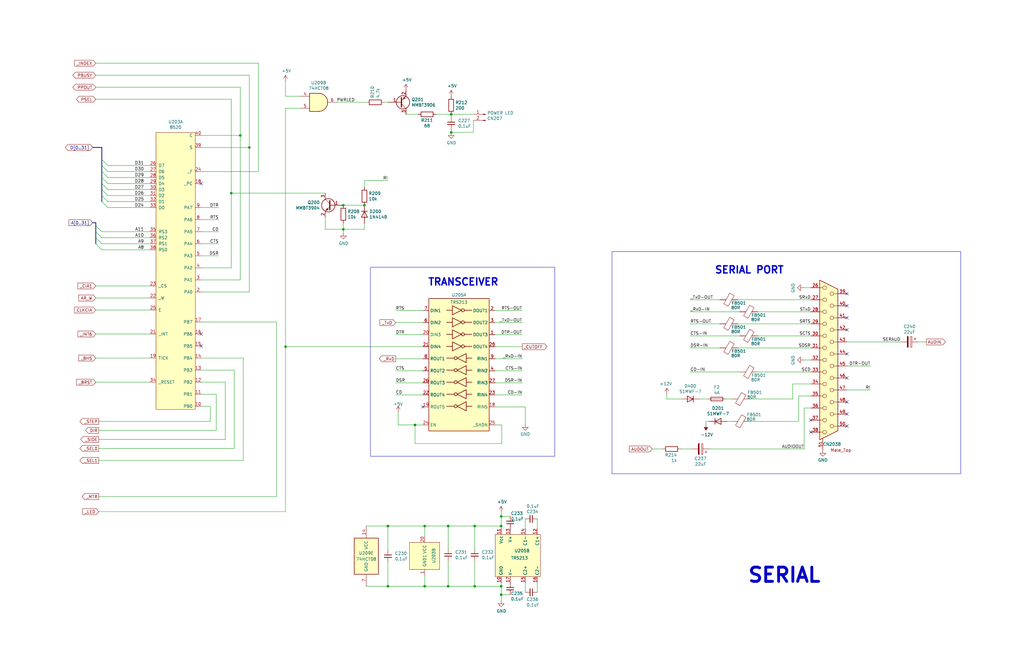
<source format=kicad_sch>
(kicad_sch (version 20230121) (generator eeschema)
  (paper "B")
  (title_block (title "AMIGA PCI") (date "2023-05-28") (rev "1"))
  (lib_symbols
    (symbol "74xx:74LS08" (pin_names (offset 1.016))
      (property "Reference" "U" (at 0 1.27 0))
      (property "Value" "74LS08" (at 0 -1.27 0))
      (symbol "74LS08_1_1"
        (pin input line (at -7.62 2.54 0) (length 3.81) (name "~") (number "1"))
        (pin input line (at -7.62 -2.54 0) (length 3.81) (name "~") (number "2"))
        (pin output line (at 7.62 0 180) (length 3.81) (name "~") (number "3"))
      )
      (symbol "74LS08_1_2"
        (pin input inverted (at -7.62 2.54 0) (length 4.318) (name "~") (number "1"))
        (pin input inverted (at -7.62 -2.54 0) (length 4.318) (name "~") (number "2"))
        (pin output inverted (at 7.62 0 180) (length 3.81) (name "~") (number "3"))
      )
      (symbol "74LS08_2_1"
        (pin input line (at -7.62 2.54 0) (length 3.81) (name "~") (number "4"))
        (pin input line (at -7.62 -2.54 0) (length 3.81) (name "~") (number "5"))
        (pin output line (at 7.62 0 180) (length 3.81) (name "~") (number "6"))
      )
      (symbol "74LS08_2_2"
        (pin input inverted (at -7.62 2.54 0) (length 4.318) (name "~") (number "4"))
        (pin input inverted (at -7.62 -2.54 0) (length 4.318) (name "~") (number "5"))
        (pin output inverted (at 7.62 0 180) (length 3.81) (name "~") (number "6"))
      )
      (symbol "74LS08_3_1"
        (pin input line (at -7.62 -2.54 0) (length 3.81) (name "~") (number "10"))
        (pin output line (at 7.62 0 180) (length 3.81) (name "~") (number "8"))
        (pin input line (at -7.62 2.54 0) (length 3.81) (name "~") (number "9"))
      )
      (symbol "74LS08_3_2"
        (pin input inverted (at -7.62 -2.54 0) (length 4.318) (name "~") (number "10"))
        (pin output inverted (at 7.62 0 180) (length 3.81) (name "~") (number "8"))
        (pin input inverted (at -7.62 2.54 0) (length 4.318) (name "~") (number "9"))
      )
      (symbol "74LS08_4_1"
        (pin output line (at 7.62 0 180) (length 3.81) (name "~") (number "11"))
        (pin input line (at -7.62 2.54 0) (length 3.81) (name "~") (number "12"))
        (pin input line (at -7.62 -2.54 0) (length 3.81) (name "~") (number "13"))
      )
      (symbol "74LS08_4_2"
        (pin output inverted (at 7.62 0 180) (length 3.81) (name "~") (number "11"))
        (pin input inverted (at -7.62 2.54 0) (length 4.318) (name "~") (number "12"))
        (pin input inverted (at -7.62 -2.54 0) (length 4.318) (name "~") (number "13"))
      )
      (symbol "74LS08_5_0"
        (pin power_in line (at 0 12.7 270) (length 5.08) (name "VCC") (number "14"))
        (pin power_in line (at 0 -12.7 90) (length 5.08) (name "GND") (number "7"))
      )
    )
    (symbol "AmigaPCI-Symbols:DB25_Stack_FemaleAndMale" (pin_names (offset 1.016) hide)
      (property "Reference" "J" (at 0 34.29 0))
      (property "Value" "DB25_Stack_FemaleAndMale" (at 12.7 -35.56 0))
      (symbol "DB25_Stack_FemaleAndMale_1_0"
        (text "Female_Bottom" (at 0 -38.1 0) (effects (font (size 1.27 1.27))))
      )
      (symbol "DB25_Stack_FemaleAndMale_1_1"
        (pin passive line (at -7.62 30.48 0) (length 3.81) (name "1") (number "1"))
        (pin passive line (at -7.62 -15.24 0) (length 3.81) (name "10") (number "10"))
        (pin passive line (at -7.62 -20.32 0) (length 3.81) (name "11") (number "11"))
        (pin passive line (at -7.62 -25.4 0) (length 3.81) (name "12") (number "12"))
        (pin passive line (at -7.62 -30.48 0) (length 3.81) (name "13") (number "13"))
        (pin passive line (at 7.62 27.94 180) (length 3.81) (name "P14") (number "14"))
        (pin passive line (at 7.62 22.86 180) (length 3.81) (name "P15") (number "15"))
        (pin passive line (at 7.62 17.78 180) (length 3.81) (name "P16") (number "16"))
        (pin passive line (at 7.62 12.7 180) (length 3.81) (name "P17") (number "17"))
        (pin passive line (at 7.62 7.62 180) (length 3.81) (name "P18") (number "18"))
        (pin passive line (at 7.62 2.54 180) (length 3.81) (name "P19") (number "19"))
        (pin passive line (at -7.62 25.4 0) (length 3.81) (name "2") (number "2"))
        (pin passive line (at 7.62 -2.54 180) (length 3.81) (name "P20") (number "20"))
        (pin passive line (at 7.62 -7.62 180) (length 3.81) (name "P21") (number "21"))
        (pin passive line (at 7.62 -12.7 180) (length 3.81) (name "P22") (number "22"))
        (pin passive line (at 7.62 -17.78 180) (length 3.81) (name "P23") (number "23"))
        (pin passive line (at 7.62 -22.86 180) (length 3.81) (name "P24") (number "24"))
        (pin passive line (at 7.62 -27.94 180) (length 3.81) (name "P25") (number "25"))
        (pin passive line (at -7.62 20.32 0) (length 3.81) (name "3") (number "3"))
        (pin passive line (at -7.62 15.24 0) (length 3.81) (name "4") (number "4"))
        (pin passive line (at -7.62 10.16 0) (length 3.81) (name "5") (number "5"))
        (pin passive line (at -7.62 5.08 0) (length 3.81) (name "6") (number "6"))
        (pin passive line (at -7.62 0 0) (length 3.81) (name "7") (number "7"))
        (pin passive line (at -7.62 -5.08 0) (length 3.81) (name "8") (number "8"))
        (pin passive line (at -7.62 -10.16 0) (length 3.81) (name "9") (number "9"))
      )
      (symbol "DB25_Stack_FemaleAndMale_2_0"
        (text "Male_Top" (at 5.08 -38.1 0) (effects (font (size 1.27 1.27))))
        (pin power_in line (at -2.54 -38.1 90) (length 5.02) (name "GND") (number "51"))
      )
      (symbol "DB25_Stack_FemaleAndMale_2_1"
        (pin passive line (at -7.62 30.48 0) (length 3.81) (name "26") (number "26"))
        (pin passive line (at -7.62 25.4 0) (length 3.81) (name "27") (number "27"))
        (pin passive line (at -7.62 20.32 0) (length 3.81) (name "28") (number "28"))
        (pin passive line (at -7.62 15.24 0) (length 3.81) (name "29") (number "29"))
        (pin passive line (at -7.62 10.16 0) (length 3.81) (name "30") (number "30"))
        (pin passive line (at -7.62 5.08 0) (length 3.81) (name "31") (number "31"))
        (pin passive line (at -7.62 0 0) (length 3.81) (name "32") (number "32"))
        (pin passive line (at -7.62 -5.08 0) (length 3.81) (name "33") (number "33"))
        (pin passive line (at -7.62 -10.16 0) (length 3.81) (name "34") (number "34"))
        (pin passive line (at -7.62 -15.24 0) (length 3.81) (name "35") (number "35"))
        (pin passive line (at -7.62 -20.32 0) (length 3.81) (name "36") (number "36"))
        (pin passive line (at -7.62 -25.4 0) (length 3.81) (name "37") (number "37"))
        (pin passive line (at -7.62 -30.48 0) (length 3.81) (name "38") (number "38"))
        (pin passive line (at 7.62 27.94 180) (length 3.81) (name "39") (number "39"))
        (pin passive line (at 7.62 22.86 180) (length 3.81) (name "40") (number "40"))
        (pin passive line (at 7.62 17.78 180) (length 3.81) (name "41") (number "41"))
        (pin passive line (at 7.62 12.7 180) (length 3.81) (name "42") (number "42"))
        (pin passive line (at 7.62 7.62 180) (length 3.81) (name "43") (number "43"))
        (pin passive line (at 7.62 2.54 180) (length 3.81) (name "44") (number "44"))
        (pin passive line (at 7.62 -2.54 180) (length 3.81) (name "45") (number "45"))
        (pin passive line (at 7.62 -7.62 180) (length 3.81) (name "46") (number "46"))
        (pin passive line (at 7.62 -12.7 180) (length 3.81) (name "47") (number "47"))
        (pin passive line (at 7.62 -17.78 180) (length 3.81) (name "48") (number "48"))
        (pin passive line (at 7.62 -22.86 180) (length 3.81) (name "49") (number "49"))
        (pin passive line (at 7.62 -27.94 180) (length 3.81) (name "50") (number "50"))
      )
    )
    (symbol "AmigaPCI-Symbols:Ferrite_Bead" (pin_numbers hide) (pin_names (offset 0))
      (property "Reference" "FB" (at 1.27 -5.588 90))
      (property "Value" "80R" (at 3.048 -4.572 90))
      (symbol "Ferrite_Bead_1_1"
        (pin passive line (at 0 3.81 270) (length 2.54) (name "~") (number "1"))
        (pin passive line (at 0 -3.81 90) (length 2.54) (name "~") (number "2"))
      )
    )
    (symbol "AmigaPCI-Symbols:MOS 8520" (pin_names (offset 1.016))
      (property "Reference" "U" (at 0 53.34 0))
      (property "Value" "8520" (at 0 40.64 0))
      (symbol "MOS 8520_1_1"
        (pin bidirectional line (at 10.16 -63.5 180) (length 2.54) (name "PB0") (number "10"))
        (pin bidirectional line (at 10.16 -58.42 180) (length 2.54) (name "PB1") (number "11"))
        (pin bidirectional line (at 10.16 -53.34 180) (length 2.54) (name "PB2") (number "12"))
        (pin bidirectional line (at 10.16 -48.26 180) (length 2.54) (name "PB3") (number "13"))
        (pin bidirectional line (at 10.16 -43.18 180) (length 2.54) (name "PB4") (number "14"))
        (pin bidirectional line (at 10.16 -38.1 180) (length 2.54) (name "PB5") (number "15"))
        (pin bidirectional line (at 10.16 -33.02 180) (length 2.54) (name "PB6") (number "16"))
        (pin bidirectional line (at 10.16 -27.94 180) (length 2.54) (name "PB7") (number "17"))
        (pin output line (at 10.16 30.48 180) (length 2.54) (name "_PC") (number "18"))
        (pin input line (at -11.43 -43.18 0) (length 2.54) (name "TICK") (number "19"))
        (pin bidirectional line (at 10.16 -15.24 180) (length 2.54) (name "PA0") (number "2"))
        (pin output line (at -11.43 -33.02 0) (length 2.54) (name "_INT") (number "21"))
        (pin input line (at -11.43 -17.78 0) (length 2.54) (name "_W") (number "22"))
        (pin input line (at -11.43 -12.7 0) (length 2.54) (name "_CS") (number "23"))
        (pin input line (at 10.16 35.56 180) (length 2.54) (name "_F") (number "24"))
        (pin input line (at -11.43 -22.86 0) (length 2.54) (name "E") (number "25"))
        (pin bidirectional line (at -11.43 38.1 0) (length 2.54) (name "D7") (number "26"))
        (pin bidirectional line (at -11.43 35.56 0) (length 2.54) (name "D6") (number "27"))
        (pin bidirectional line (at -11.43 33.02 0) (length 2.54) (name "D5") (number "28"))
        (pin bidirectional line (at -11.43 30.48 0) (length 2.54) (name "D4") (number "29"))
        (pin bidirectional line (at 10.16 -10.16 180) (length 2.54) (name "PA1") (number "3"))
        (pin bidirectional line (at -11.43 27.94 0) (length 2.54) (name "D3") (number "30"))
        (pin bidirectional line (at -11.43 25.4 0) (length 2.54) (name "D2") (number "31"))
        (pin bidirectional line (at -11.43 22.86 0) (length 2.54) (name "D1") (number "32"))
        (pin bidirectional line (at -11.43 20.32 0) (length 2.54) (name "D0") (number "33"))
        (pin input line (at -11.43 -53.34 0) (length 2.54) (name "_RESET") (number "34"))
        (pin input line (at -11.43 10.16 0) (length 2.54) (name "RS3") (number "35"))
        (pin input line (at -11.43 7.62 0) (length 2.54) (name "RS2") (number "36"))
        (pin input line (at -11.43 5.08 0) (length 2.54) (name "RS1") (number "37"))
        (pin input line (at -11.43 2.54 0) (length 2.54) (name "RS0") (number "38"))
        (pin input line (at 10.16 45.72 180) (length 2.54) (name "S") (number "39"))
        (pin bidirectional line (at 10.16 -5.08 180) (length 2.54) (name "PA2") (number "4"))
        (pin input line (at 10.16 50.8 180) (length 2.54) (name "C") (number "40"))
        (pin bidirectional line (at 10.16 0 180) (length 2.54) (name "PA3") (number "5"))
        (pin bidirectional line (at 10.16 5.08 180) (length 2.54) (name "PA4") (number "6"))
        (pin bidirectional line (at 10.16 10.16 180) (length 2.54) (name "PA5") (number "7"))
        (pin bidirectional line (at 10.16 15.24 180) (length 2.54) (name "PA6") (number "8"))
        (pin bidirectional line (at 10.16 20.32 180) (length 2.54) (name "PA7") (number "9"))
      )
      (symbol "MOS 8520_2_1"
        (pin power_in line (at 0 -7.62 90) (length 2.54) (name "GND1") (number "1"))
        (pin power_in line (at 0 8.89 270) (length 2.54) (name "VCC") (number "20"))
      )
    )
    (symbol "AmigaPCI-Symbols:TRS213"
      (property "Reference" "U" (at 12.7 33.02 0))
      (property "Value" "TRS213" (at 12.7 30.48 0))
      (symbol "TRS213_1_0"
        (pin input line (at 15.24 -17.78 180) (length 2.54) (name "RIN5") (number "18"))
        (pin output line (at -15.24 -17.78 0) (length 2.54) (name "ROUT5") (number "19"))
        (pin input line (at -15.24 12.7 0) (length 2.54) (name "DIN3") (number "20"))
        (pin input line (at -15.24 7.62 0) (length 2.54) (name "DIN4") (number "21"))
        (pin input line (at -15.24 7.62 0) (length 2.54) (name "DIN4") (number "21"))
        (pin output line (at -15.24 -12.7 0) (length 2.54) (name "ROUT4") (number "22"))
        (pin output line (at -15.24 -12.7 0) (length 2.54) (name "ROUT4") (number "22"))
        (pin input line (at 15.24 -12.7 180) (length 2.54) (name "RIN4") (number "23"))
        (pin input line (at 15.24 -12.7 180) (length 2.54) (name "RIN4") (number "23"))
        (pin input line (at -15.24 -25.4 0) (length 2.54) (name "EN") (number "24"))
        (pin input line (at 15.24 -25.4 180) (length 2.54) (name "_SHDN") (number "25"))
        (pin output line (at -15.24 -7.62 0) (length 2.54) (name "ROUT3") (number "26"))
        (pin output line (at -15.24 -7.62 0) (length 2.54) (name "ROUT3") (number "26"))
        (pin input line (at 15.24 -7.62 180) (length 2.54) (name "RIN3") (number "27"))
        (pin input line (at 15.24 -7.62 180) (length 2.54) (name "RIN3") (number "27"))
        (pin output line (at 15.24 7.62 180) (length 2.54) (name "DOUT4") (number "28"))
        (pin output line (at 15.24 7.62 180) (length 2.54) (name "DOUT4") (number "28"))
      )
      (symbol "TRS213_1_1"
        (pin output line (at 15.24 12.7 180) (length 2.54) (name "DOUT3") (number "1"))
        (pin output line (at 15.24 12.7 180) (length 2.54) (name "DOUT3") (number "1"))
        (pin output line (at 15.24 22.86 180) (length 2.54) (name "DOUT1") (number "2"))
        (pin output line (at 15.24 22.86 180) (length 2.54) (name "DOUT1") (number "2"))
        (pin output line (at 15.24 17.78 180) (length 2.54) (name "DOUT2") (number "3"))
        (pin output line (at 15.24 17.78 180) (length 2.54) (name "DOUT2") (number "3"))
        (pin input line (at 15.24 -2.54 180) (length 2.54) (name "RIN2") (number "4"))
        (pin input line (at 15.24 -2.54 180) (length 2.54) (name "RIN2") (number "4"))
        (pin output line (at -15.24 -2.54 0) (length 2.54) (name "ROUT2") (number "5"))
        (pin output line (at -15.24 -2.54 0) (length 2.54) (name "ROUT2") (number "5"))
        (pin input line (at -15.24 17.78 0) (length 2.54) (name "DIN2") (number "6"))
        (pin input line (at -15.24 17.78 0) (length 2.54) (name "DIN2") (number "6"))
        (pin input line (at -15.24 22.86 0) (length 2.54) (name "DIN1") (number "7"))
        (pin input line (at -15.24 22.86 0) (length 2.54) (name "DIN1") (number "7"))
        (pin output line (at -15.24 2.54 0) (length 2.54) (name "ROUT1") (number "8"))
        (pin output line (at -15.24 2.54 0) (length 2.54) (name "ROUT1") (number "8"))
        (pin input line (at 15.24 2.54 180) (length 2.54) (name "RIN1") (number "9"))
        (pin input line (at 15.24 2.54 180) (length 2.54) (name "RIN1") (number "9"))
      )
      (symbol "TRS213_2_0"
        (pin passive line (at -3.81 -11.43 90) (length 2.54) (name "V-") (number "17"))
      )
      (symbol "TRS213_2_1"
        (pin power_in line (at -7.62 -11.43 90) (length 2.54) (name "GND") (number "10"))
        (pin power_in line (at -7.62 11.43 270) (length 2.54) (name "Vcc") (number "11"))
        (pin passive line (at 7.62 11.43 270) (length 2.54) (name "C1+") (number "12"))
        (pin passive line (at -3.81 11.43 270) (length 2.54) (name "V+") (number "13"))
        (pin passive line (at 2.54 11.43 270) (length 2.54) (name "C1-") (number "14"))
        (pin passive line (at 2.54 -11.43 90) (length 2.54) (name "C2+") (number "15"))
        (pin passive line (at 7.62 -11.43 90) (length 2.54) (name "C2-") (number "16"))
      )
    )
    (symbol "Connector:Conn_01x02_Pin" (pin_names (offset 1.016) hide)
      (property "Reference" "J" (at 0 2.54 0))
      (property "Value" "Conn_01x02_Pin" (at 0 -5.08 0))
      (symbol "Conn_01x02_Pin_1_1"
        (pin passive line (at 5.08 0 180) (length 3.81) (name "Pin_1") (number "1"))
        (pin passive line (at 5.08 -2.54 180) (length 3.81) (name "Pin_2") (number "2"))
      )
    )
    (symbol "Device:C_Polarized" (pin_numbers hide) (pin_names (offset 0.254))
      (property "Reference" "C" (at 0.635 2.54 0))
      (property "Value" "C_Polarized" (at 0.635 -2.54 0))
      (symbol "C_Polarized_1_1"
        (pin passive line (at 0 3.81 270) (length 2.794) (name "~") (number "1"))
        (pin passive line (at 0 -3.81 90) (length 2.794) (name "~") (number "2"))
      )
    )
    (symbol "Device:C_Small" (pin_numbers hide) (pin_names (offset 0.254) hide)
      (property "Reference" "C" (at 0.254 1.778 0))
      (property "Value" "C_Small" (at 0.254 -2.032 0))
      (symbol "C_Small_1_1"
        (pin passive line (at 0 2.54 270) (length 2.032) (name "~") (number "1"))
        (pin passive line (at 0 -2.54 90) (length 2.032) (name "~") (number "2"))
      )
    )
    (symbol "Device:Fuse" (pin_numbers hide) (pin_names (offset 0))
      (property "Reference" "F" (at 2.032 0 90))
      (property "Value" "Fuse" (at -1.905 0 90))
      (symbol "Fuse_1_1"
        (pin passive line (at 0 3.81 270) (length 1.27) (name "~") (number "1"))
        (pin passive line (at 0 -3.81 90) (length 1.27) (name "~") (number "2"))
      )
    )
    (symbol "Device:R" (pin_numbers hide) (pin_names (offset 0))
      (property "Reference" "R" (at 2.032 0 90))
      (property "Value" "R" (at 0 0 90))
      (symbol "R_1_1"
        (pin passive line (at 0 3.81 270) (length 1.27) (name "~") (number "1"))
        (pin passive line (at 0 -3.81 90) (length 1.27) (name "~") (number "2"))
      )
    )
    (symbol "Diode:1N4001" (pin_numbers hide) (pin_names hide)
      (property "Reference" "D" (at 0 2.54 0))
      (property "Value" "1N4001" (at 0 -2.54 0))
      (symbol "1N4001_1_1"
        (pin passive line (at -3.81 0 0) (length 2.54) (name "K") (number "1"))
        (pin passive line (at 3.81 0 180) (length 2.54) (name "A") (number "2"))
      )
    )
    (symbol "Diode:1N4148" (pin_numbers hide) (pin_names hide)
      (property "Reference" "D" (at 0 2.54 0))
      (property "Value" "1N4148" (at 0 -2.54 0))
      (symbol "1N4148_1_1"
        (pin passive line (at -3.81 0 0) (length 2.54) (name "K") (number "1"))
        (pin passive line (at 3.81 0 180) (length 2.54) (name "A") (number "2"))
      )
    )
    (symbol "Transistor_BJT:MMBT3904" (pin_names (offset 0) hide)
      (property "Reference" "Q" (at 5.08 1.905 0))
      (property "Value" "MMBT3904" (at 5.08 0 0))
      (symbol "MMBT3904_1_1"
        (pin input line (at -5.08 0 0) (length 5.715) (name "B") (number "1"))
        (pin passive line (at 2.54 -5.08 90) (length 2.54) (name "E") (number "2"))
        (pin passive line (at 2.54 5.08 270) (length 2.54) (name "C") (number "3"))
      )
    )
    (symbol "Transistor_BJT:MMBT3906" (pin_names (offset 0) hide)
      (property "Reference" "Q" (at 5.08 1.905 0))
      (property "Value" "MMBT3906" (at 5.08 0 0))
      (symbol "MMBT3906_1_1"
        (pin input line (at -5.08 0 0) (length 5.715) (name "B") (number "1"))
        (pin passive line (at 2.54 -5.08 90) (length 2.54) (name "E") (number "2"))
        (pin passive line (at 2.54 5.08 270) (length 2.54) (name "C") (number "3"))
      )
    )
    (symbol "power:+12V" (power) (pin_names (offset 0))
      (property "Value" "+12V" (at 0 3.556 0))
      (symbol "+12V_1_1"
        (pin power_in line (at 0 0 90) (length 0) hide (name "+12V") (number "1"))
      )
    )
    (symbol "power:+5V" (power) (pin_names (offset 0))
      (property "Value" "+5V" (at 0 3.556 0))
      (symbol "+5V_1_1"
        (pin power_in line (at 0 0 90) (length 0) hide (name "+5V") (number "1"))
      )
    )
    (symbol "power:-12V" (power) (pin_names (offset 0))
      (property "Value" "-12V" (at 0 3.81 0))
      (symbol "-12V_0_0"
        (pin power_in line (at 0 0 90) (length 0) hide (name "-12V") (number "1"))
      )
    )
    (symbol "power:GND" (power) (pin_names (offset 0))
      (property "Value" "GND" (at 0 -3.81 0))
      (symbol "GND_1_1"
        (pin power_in line (at 0 0 270) (length 0) hide (name "GND") (number "1"))
      )
    )
  )
  (junction (at 163.576 247.396))
  (junction (at 200.152 247.396))
  (junction (at 175.006 179.324))
  (junction (at 190.246 48.26))
  (junction (at 179.07 247.396))
  (junction (at 211.328 217.932))
  (junction (at 120.396 146.304))
  (junction (at 211.328 250.952))
  (junction (at 211.328 221.996))
  (junction (at 211.328 247.396))
  (junction (at 105.156 62.23))
  (junction (at 188.976 247.396))
  (junction (at 144.78 96.774))
  (junction (at 97.536 81.534))
  (junction (at 101.346 57.15))
  (junction (at 200.152 221.996))
  (junction (at 190.246 55.88))
  (junction (at 153.67 86.614))
  (junction (at 179.07 221.996))
  (junction (at 144.78 86.614))
  (junction (at 188.976 221.996))
  (junction (at 163.576 221.996))
  (no_connect (at 178.308 171.704))
  (no_connect (at 357.124 123.952))
  (no_connect (at 341.884 182.372))
  (no_connect (at 357.124 129.032))
  (no_connect (at 357.124 149.352))
  (no_connect (at 357.124 139.192))
  (no_connect (at 84.836 77.47))
  (no_connect (at 357.124 179.832))
  (no_connect (at 84.836 140.97))
  (no_connect (at 84.836 146.05))
  (no_connect (at 357.124 134.112))
  (no_connect (at 357.124 169.672))
  (no_connect (at 341.884 177.292))
  (no_connect (at 357.124 174.752))
  (no_connect (at 357.124 159.512))
  (bus_entry (at 45.466 69.85) (size -2.54 -2.54))
  (bus_entry (at 45.466 82.55) (size -2.54 -2.54))
  (bus_entry (at 45.466 85.09) (size -2.54 -2.54))
  (bus_entry (at 42.926 102.87) (size -2.54 -2.54))
  (bus_entry (at 45.466 80.01) (size -2.54 -2.54))
  (bus_entry (at 45.466 72.39) (size -2.54 -2.54))
  (bus_entry (at 45.466 74.93) (size -2.54 -2.54))
  (bus_entry (at 45.466 77.47) (size -2.54 -2.54))
  (bus_entry (at 42.926 97.79) (size -2.54 -2.54))
  (bus_entry (at 42.926 105.41) (size -2.54 -2.54))
  (bus_entry (at 45.466 87.63) (size -2.54 -2.54))
  (bus_entry (at 42.926 100.33) (size -2.54 -2.54))
  (wire (pts (xy 291.084 141.732) (xy 311.912 141.732)))
  (wire (pts (xy 179.07 247.396) (xy 188.976 247.396)))
  (wire (pts (xy 208.788 141.224) (xy 220.218 141.224)))
  (wire (pts (xy 166.878 131.064) (xy 178.308 131.064)))
  (bus (pts (xy 40.386 95.25) (xy 40.386 97.79)))
  (wire (pts (xy 175.006 179.324) (xy 175.006 187.198)))
  (wire (pts (xy 179.07 221.996) (xy 179.07 226.314)))
  (wire (pts (xy 357.124 154.432) (xy 367.03 154.432)))
  (wire (pts (xy 175.006 187.198) (xy 211.582 187.198)))
  (wire (pts (xy 166.878 161.544) (xy 178.308 161.544)))
  (wire (pts (xy 171.196 48.26) (xy 176.276 48.26)))
  (wire (pts (xy 211.328 217.932) (xy 211.328 221.996)))
  (bus (pts (xy 42.926 80.01) (xy 42.926 82.55)))
  (wire (pts (xy 63.246 85.09) (xy 45.466 85.09)))
  (wire (pts (xy 190.246 55.88) (xy 199.644 55.88)))
  (bus (pts (xy 42.926 67.31) (xy 42.926 69.85)))
  (wire (pts (xy 221.488 223.012) (xy 221.488 218.948)))
  (wire (pts (xy 41.656 215.9) (xy 120.396 215.9)))
  (bus (pts (xy 42.926 69.85) (xy 42.926 72.39)))
  (wire (pts (xy 102.616 194.31) (xy 41.656 194.31)))
  (wire (pts (xy 105.156 123.19) (xy 84.836 123.19)))
  (wire (pts (xy 120.396 45.72) (xy 126.746 45.72)))
  (wire (pts (xy 221.488 245.872) (xy 221.488 249.936)))
  (wire (pts (xy 208.788 171.704) (xy 221.488 171.704)))
  (bus (pts (xy 42.926 62.23) (xy 42.926 67.31)))
  (wire (pts (xy 341.884 172.212) (xy 339.09 172.212)))
  (wire (pts (xy 40.386 120.65) (xy 63.246 120.65)))
  (wire (pts (xy 120.396 40.64) (xy 120.396 34.29)))
  (wire (pts (xy 45.466 77.47) (xy 63.246 77.47)))
  (wire (pts (xy 188.976 221.996) (xy 200.152 221.996)))
  (wire (pts (xy 84.836 57.15) (xy 101.346 57.15)))
  (wire (pts (xy 166.878 151.384) (xy 178.308 151.384)))
  (bus (pts (xy 42.926 74.93) (xy 42.926 77.47)))
  (wire (pts (xy 167.894 179.324) (xy 175.006 179.324)))
  (wire (pts (xy 98.806 156.21) (xy 98.806 189.23)))
  (wire (pts (xy 163.576 247.396) (xy 154.432 247.396)))
  (wire (pts (xy 105.156 31.75) (xy 40.386 31.75)))
  (wire (pts (xy 84.836 97.79) (xy 92.202 97.79)))
  (wire (pts (xy 63.246 161.29) (xy 40.386 161.29)))
  (wire (pts (xy 190.246 54.61) (xy 190.246 55.88)))
  (wire (pts (xy 306.578 177.8) (xy 308.61 177.8)))
  (wire (pts (xy 183.896 48.26) (xy 190.246 48.26)))
  (wire (pts (xy 63.246 140.97) (xy 40.386 140.97)))
  (wire (pts (xy 208.788 131.064) (xy 220.218 131.064)))
  (wire (pts (xy 63.246 80.01) (xy 45.466 80.01)))
  (wire (pts (xy 116.586 135.89) (xy 116.586 209.55)))
  (wire (pts (xy 291.084 126.492) (xy 303.53 126.492)))
  (wire (pts (xy 84.836 107.95) (xy 92.202 107.95)))
  (wire (pts (xy 281.178 166.37) (xy 281.178 168.402)))
  (wire (pts (xy 97.536 81.534) (xy 97.536 113.03)))
  (wire (pts (xy 211.328 221.996) (xy 211.328 223.012)))
  (bus (pts (xy 39.116 93.98) (xy 40.386 93.98)))
  (wire (pts (xy 63.246 125.73) (xy 40.386 125.73)))
  (wire (pts (xy 319.532 131.572) (xy 341.884 131.572)))
  (wire (pts (xy 84.836 161.29) (xy 94.996 161.29)))
  (wire (pts (xy 101.346 36.83) (xy 40.386 36.83)))
  (wire (pts (xy 166.878 136.144) (xy 178.308 136.144)))
  (wire (pts (xy 84.836 72.39) (xy 108.966 72.39)))
  (wire (pts (xy 208.788 166.624) (xy 220.218 166.624)))
  (wire (pts (xy 163.576 221.996) (xy 179.07 221.996)))
  (wire (pts (xy 101.346 57.15) (xy 101.346 36.83)))
  (wire (pts (xy 208.788 161.544) (xy 220.218 161.544)))
  (wire (pts (xy 88.646 171.45) (xy 88.646 177.8)))
  (wire (pts (xy 291.084 136.652) (xy 303.53 136.652)))
  (wire (pts (xy 308.61 168.402) (xy 306.07 168.402)))
  (wire (pts (xy 334.264 168.402) (xy 334.264 162.052)))
  (wire (pts (xy 338.836 151.892) (xy 341.884 151.892)))
  (wire (pts (xy 357.124 144.272) (xy 379.73 144.272)))
  (wire (pts (xy 144.78 96.774) (xy 153.67 96.774)))
  (wire (pts (xy 153.67 76.2) (xy 163.576 76.2)))
  (wire (pts (xy 336.804 167.132) (xy 341.884 167.132)))
  (wire (pts (xy 190.246 48.26) (xy 190.246 49.53)))
  (wire (pts (xy 97.536 81.534) (xy 137.16 81.534)))
  (wire (pts (xy 45.466 82.55) (xy 63.246 82.55)))
  (wire (pts (xy 167.894 173.99) (xy 167.894 179.324)))
  (wire (pts (xy 98.806 189.23) (xy 41.656 189.23)))
  (wire (pts (xy 42.926 105.41) (xy 63.246 105.41)))
  (wire (pts (xy 166.878 156.464) (xy 178.308 156.464)))
  (wire (pts (xy 63.246 97.79) (xy 42.926 97.79)))
  (wire (pts (xy 141.986 43.18) (xy 154.432 43.18)))
  (wire (pts (xy 120.396 45.72) (xy 120.396 146.304)))
  (wire (pts (xy 154.432 221.996) (xy 163.576 221.996)))
  (wire (pts (xy 163.576 247.396) (xy 179.07 247.396)))
  (wire (pts (xy 179.07 242.824) (xy 179.07 247.396)))
  (wire (pts (xy 101.346 118.11) (xy 84.836 118.11)))
  (wire (pts (xy 144.78 86.614) (xy 153.67 86.614)))
  (wire (pts (xy 63.246 151.13) (xy 40.386 151.13)))
  (wire (pts (xy 200.152 236.728) (xy 200.152 247.396)))
  (wire (pts (xy 199.644 50.8) (xy 199.644 55.88)))
  (wire (pts (xy 162.052 43.18) (xy 163.576 43.18)))
  (wire (pts (xy 211.328 250.952) (xy 211.328 247.396)))
  (wire (pts (xy 291.084 131.572) (xy 311.912 131.572)))
  (bus (pts (xy 42.926 62.23) (xy 39.116 62.23)))
  (wire (pts (xy 226.568 245.872) (xy 226.568 249.936)))
  (bus (pts (xy 42.926 77.47) (xy 42.926 80.01)))
  (wire (pts (xy 163.576 221.996) (xy 163.576 232.156)))
  (wire (pts (xy 137.16 91.694) (xy 137.16 96.774)))
  (wire (pts (xy 208.788 156.464) (xy 220.218 156.464)))
  (wire (pts (xy 299.212 189.484) (xy 339.09 189.484)))
  (wire (pts (xy 108.966 26.67) (xy 40.386 26.67)))
  (wire (pts (xy 166.878 141.224) (xy 178.308 141.224)))
  (wire (pts (xy 63.246 74.93) (xy 45.466 74.93)))
  (wire (pts (xy 84.836 151.13) (xy 102.616 151.13)))
  (wire (pts (xy 211.328 250.952) (xy 215.138 250.952)))
  (wire (pts (xy 91.186 166.37) (xy 91.186 181.61)))
  (wire (pts (xy 200.152 221.996) (xy 211.328 221.996)))
  (wire (pts (xy 291.084 156.972) (xy 311.912 156.972)))
  (wire (pts (xy 166.878 166.624) (xy 178.308 166.624)))
  (wire (pts (xy 63.246 102.87) (xy 42.926 102.87)))
  (wire (pts (xy 188.976 221.996) (xy 188.976 231.648)))
  (wire (pts (xy 190.246 48.26) (xy 199.644 48.26)))
  (wire (pts (xy 200.152 247.396) (xy 211.328 247.396)))
  (wire (pts (xy 102.616 151.13) (xy 102.616 194.31)))
  (wire (pts (xy 63.246 100.33) (xy 42.926 100.33)))
  (wire (pts (xy 88.646 177.8) (xy 41.656 177.8)))
  (wire (pts (xy 153.67 78.994) (xy 153.67 76.2)))
  (bus (pts (xy 42.926 82.55) (xy 42.926 85.09)))
  (wire (pts (xy 291.084 146.812) (xy 303.53 146.812)))
  (wire (pts (xy 291.592 189.484) (xy 287.02 189.484)))
  (wire (pts (xy 163.576 237.236) (xy 163.576 247.396)))
  (wire (pts (xy 84.836 135.89) (xy 116.586 135.89)))
  (wire (pts (xy 211.582 187.198) (xy 211.582 179.324)))
  (wire (pts (xy 94.996 161.29) (xy 94.996 185.42)))
  (wire (pts (xy 97.536 41.91) (xy 40.386 41.91)))
  (bus (pts (xy 40.386 100.33) (xy 40.386 102.87)))
  (wire (pts (xy 387.35 144.272) (xy 390.652 144.272)))
  (wire (pts (xy 84.836 87.63) (xy 92.202 87.63)))
  (wire (pts (xy 101.346 57.15) (xy 101.346 118.11)))
  (wire (pts (xy 211.328 216.154) (xy 211.328 217.932)))
  (wire (pts (xy 120.396 146.304) (xy 120.396 215.9)))
  (wire (pts (xy 208.788 136.144) (xy 220.218 136.144)))
  (wire (pts (xy 279.4 189.484) (xy 275.082 189.484)))
  (wire (pts (xy 334.264 162.052) (xy 341.884 162.052)))
  (wire (pts (xy 126.746 40.64) (xy 120.396 40.64)))
  (wire (pts (xy 319.532 156.972) (xy 341.884 156.972)))
  (wire (pts (xy 311.15 146.812) (xy 341.884 146.812)))
  (wire (pts (xy 45.466 72.39) (xy 63.246 72.39)))
  (wire (pts (xy 188.976 247.396) (xy 200.152 247.396)))
  (wire (pts (xy 91.186 181.61) (xy 41.656 181.61)))
  (wire (pts (xy 338.836 121.412) (xy 341.884 121.412)))
  (wire (pts (xy 316.23 177.8) (xy 336.804 177.8)))
  (wire (pts (xy 120.396 146.304) (xy 178.308 146.304)))
  (wire (pts (xy 137.16 96.774) (xy 144.78 96.774)))
  (bus (pts (xy 40.386 93.98) (xy 40.386 95.25)))
  (wire (pts (xy 357.124 164.592) (xy 367.03 164.592)))
  (wire (pts (xy 179.07 221.996) (xy 188.976 221.996)))
  (wire (pts (xy 144.78 96.774) (xy 144.78 94.234)))
  (wire (pts (xy 188.976 236.728) (xy 188.976 247.396)))
  (wire (pts (xy 84.836 62.23) (xy 105.156 62.23)))
  (wire (pts (xy 84.836 92.71) (xy 92.202 92.71)))
  (wire (pts (xy 211.328 245.872) (xy 211.328 247.396)))
  (wire (pts (xy 211.328 217.932) (xy 215.138 217.932)))
  (wire (pts (xy 97.536 81.534) (xy 97.536 41.91)))
  (wire (pts (xy 208.788 151.384) (xy 220.218 151.384)))
  (wire (pts (xy 84.836 156.21) (xy 98.806 156.21)))
  (wire (pts (xy 311.15 126.492) (xy 341.884 126.492)))
  (wire (pts (xy 84.836 166.37) (xy 91.186 166.37)))
  (wire (pts (xy 153.67 96.774) (xy 153.67 94.234)))
  (wire (pts (xy 297.688 179.07) (xy 297.688 177.8)))
  (wire (pts (xy 211.328 253.492) (xy 211.328 250.952)))
  (wire (pts (xy 144.78 98.298) (xy 144.78 96.774)))
  (wire (pts (xy 200.152 221.996) (xy 200.152 231.648)))
  (wire (pts (xy 297.688 177.8) (xy 298.958 177.8)))
  (wire (pts (xy 311.15 136.652) (xy 341.884 136.652)))
  (wire (pts (xy 116.586 209.55) (xy 41.656 209.55)))
  (wire (pts (xy 105.156 62.23) (xy 105.156 31.75)))
  (wire (pts (xy 316.23 168.402) (xy 334.264 168.402)))
  (wire (pts (xy 84.836 171.45) (xy 88.646 171.45)))
  (wire (pts (xy 84.836 113.03) (xy 97.536 113.03)))
  (wire (pts (xy 175.006 179.324) (xy 178.308 179.324)))
  (wire (pts (xy 226.568 223.012) (xy 226.568 218.948)))
  (wire (pts (xy 84.836 102.87) (xy 92.202 102.87)))
  (wire (pts (xy 339.09 172.212) (xy 339.09 189.484)))
  (wire (pts (xy 319.532 141.732) (xy 341.884 141.732)))
  (wire (pts (xy 211.582 179.324) (xy 208.788 179.324)))
  (bus (pts (xy 42.926 72.39) (xy 42.926 74.93)))
  (wire (pts (xy 108.966 72.39) (xy 108.966 26.67)))
  (wire (pts (xy 63.246 87.63) (xy 45.466 87.63)))
  (wire (pts (xy 63.246 69.85) (xy 45.466 69.85)))
  (wire (pts (xy 221.488 171.704) (xy 221.488 179.07)))
  (wire (pts (xy 281.178 168.402) (xy 287.274 168.402)))
  (wire (pts (xy 105.156 62.23) (xy 105.156 123.19)))
  (wire (pts (xy 94.996 185.42) (xy 41.656 185.42)))
  (bus (pts (xy 40.386 97.79) (xy 40.386 100.33)))
  (wire (pts (xy 40.386 130.81) (xy 63.246 130.81)))
  (wire (pts (xy 298.45 168.402) (xy 294.894 168.402)))
  (wire (pts (xy 208.788 146.304) (xy 220.218 146.304)))
  (wire (pts (xy 336.804 177.8) (xy 336.804 167.132)))
  (rectangle (start 258.064 106.172) (end 405.13 199.898))
  (rectangle (start 156.21 112.776) (end 233.934 192.532))
  (text "SERIAL" (at 314.96 246.38 0) (effects (font (size 6 6) (thickness 1.2) bold) (justify left bottom)))
  (text "SERIAL PORT" (at 301.244 115.824 0) (effects (font (size 3 3) (thickness 0.6) bold) (justify left bottom)))
  (text "TRANSCEIVER" (at 180.34 120.904 0) (effects (font (size 3 3) bold) (justify left bottom)))
  (label "D27" (at 60.706 80.01 180) (effects (font (size 1.2954 1.2954))))
  (label "RI" (at 367.03 164.592 180))
  (label "_TxD-OUT" (at 291.084 126.492 0))
  (label "PWRLED" (at 141.986 43.18 0))
  (label "DTR-OUT" (at 367.03 154.432 180))
  (label "CTS-IN" (at 291.084 141.732 0))
  (label "D28" (at 60.706 77.47 180) (effects (font (size 1.2954 1.2954))))
  (label "CD" (at 166.878 166.624 0))
  (label "CTS" (at 92.202 102.87 180))
  (label "_RxD-IN" (at 291.084 131.572 0))
  (label "RTS-OUT" (at 220.218 131.064 180))
  (label "RTS" (at 166.878 131.064 0))
  (label "CTS" (at 166.878 156.464 0))
  (label "D26" (at 60.706 82.55 180) (effects (font (size 1.2954 1.2954))))
  (label "DSR-IN" (at 291.084 146.812 0))
  (label "CTS-IN" (at 220.218 156.464 180))
  (label "CD-IN" (at 220.218 166.624 180))
  (label "SERAUD" (at 379.73 144.272 180))
  (label "_RxD-IN" (at 220.218 151.384 180))
  (label "STxD" (at 341.884 131.572 180))
  (label "SRTS" (at 341.884 136.652 180))
  (label "DTR" (at 166.878 141.224 0))
  (label "A10" (at 60.706 100.33 180) (effects (font (size 1.2954 1.2954))))
  (label "RTS-OUT" (at 291.084 136.652 0))
  (label "DTR" (at 92.202 87.63 180))
  (label "A8" (at 60.706 105.41 180) (effects (font (size 1.2954 1.2954))))
  (label "D25" (at 60.706 85.09 180) (effects (font (size 1.2954 1.2954))))
  (label "SRxD" (at 341.884 126.492 180))
  (label "A11" (at 60.706 97.79 180) (effects (font (size 1.2954 1.2954))))
  (label "SDSR" (at 341.884 146.812 180))
  (label "DSR" (at 166.878 161.544 0))
  (label "RTS" (at 92.202 92.71 180))
  (label "DSR-IN" (at 220.218 161.544 180))
  (label "CD-IN" (at 291.084 156.972 0))
  (label "RI" (at 163.576 76.2 180))
  (label "CD" (at 92.202 97.79 180))
  (label "DSR" (at 92.202 107.95 180))
  (label "D31" (at 60.706 69.85 180) (effects (font (size 1.2954 1.2954))))
  (label "DTR-OUT" (at 220.218 141.224 180))
  (label "SCD" (at 341.884 156.972 180))
  (label "SCTS" (at 341.884 141.732 180))
  (label "D30" (at 60.706 72.39 180) (effects (font (size 1.2954 1.2954))))
  (label "_TxD-OUT" (at 220.218 136.144 180))
  (label "A9" (at 60.706 102.87 180) (effects (font (size 1.2954 1.2954))))
  (label "D29" (at 60.706 74.93 180) (effects (font (size 1.2954 1.2954))))
  (label "AUDIOOUT" (at 339.09 189.484 180))
  (label "D24" (at 60.706 87.63 180) (effects (font (size 1.2954 1.2954))))
  (global_label "_INDEX" (shape input) (at 40.386 26.67 180) (property "Intersheetrefs" "${INTERSHEET_REFS}" (at 30.9488 26.67 0) (effects (justify right))))
  (global_label "A[0..31]" (shape input) (at 39.116 93.98 180) (property "Intersheetrefs" "${INTERSHEET_REFS}" (at 28.5901 93.98 0) (effects (justify right))))
  (global_label "PSEL" (shape bidirectional) (at 40.386 41.91 180) (property "Intersheetrefs" "${INTERSHEET_REFS}" (at 31.7123 41.91 0) (effects (justify right))))
  (global_label "_SIDE" (shape output) (at 41.656 185.42 180) (property "Intersheetrefs" "${INTERSHEET_REFS}" (at 33.5493 185.42 0) (effects (justify right))))
  (global_label "AUDIN" (shape output) (at 390.652 144.272 0) (property "Intersheetrefs" "${INTERSHEET_REFS}" (at 399.1822 144.272 0) (effects (justify left))))
  (global_label "D[0..31]" (shape bidirectional) (at 39.116 62.23 180) (effects (font (size 1.2954 1.2954))) (property "Intersheetrefs" "${INTERSHEET_REFS}" (at 27.0616 62.23 0) (effects (justify right))))
  (global_label "AUDOUT" (shape input) (at 275.082 189.484 180) (property "Intersheetrefs" "${INTERSHEET_REFS}" (at 264.8585 189.484 0) (effects (justify right))))
  (global_label "_TxD" (shape input) (at 166.878 136.144 180) (property "Intersheetrefs" "${INTERSHEET_REFS}" (at 159.7389 136.144 0) (effects (justify right))))
  (global_label "_RxD" (shape output) (at 166.878 151.384 180) (property "Intersheetrefs" "${INTERSHEET_REFS}" (at 159.4365 151.384 0) (effects (justify right))))
  (global_label "PPOUT" (shape bidirectional) (at 40.386 36.83 180) (property "Intersheetrefs" "${INTERSHEET_REFS}" (at 30.2003 36.83 0) (effects (justify right))))
  (global_label "_SEL1" (shape output) (at 41.656 194.31 180) (property "Intersheetrefs" "${INTERSHEET_REFS}" (at 33.1865 194.31 0) (effects (justify right))))
  (global_label "DIR" (shape output) (at 41.656 181.61 180) (property "Intersheetrefs" "${INTERSHEET_REFS}" (at 35.6054 181.61 0) (effects (justify right))))
  (global_label "PBUSY" (shape bidirectional) (at 40.386 31.75 180) (property "Intersheetrefs" "${INTERSHEET_REFS}" (at 30.2003 31.75 0) (effects (justify right))))
  (global_label "AR_W" (shape input) (at 40.386 125.73 180) (property "Intersheetrefs" "${INTERSHEET_REFS}" (at 32.7026 125.73 0) (effects (justify right))))
  (global_label "_MTR" (shape output) (at 41.656 209.55 180) (property "Intersheetrefs" "${INTERSHEET_REFS}" (at 34.0936 209.55 0) (effects (justify right))))
  (global_label "_CUTOFF" (shape output) (at 220.218 146.304 0) (property "Intersheetrefs" "${INTERSHEET_REFS}" (at 231.1672 146.304 0) (effects (justify left))))
  (global_label "_SEL0" (shape output) (at 41.656 189.23 180) (property "Intersheetrefs" "${INTERSHEET_REFS}" (at 33.1865 189.23 0) (effects (justify right))))
  (global_label "_STEP" (shape output) (at 41.656 177.8 180) (property "Intersheetrefs" "${INTERSHEET_REFS}" (at 33.1865 177.8 0) (effects (justify right))))
  (global_label "_BRST" (shape input) (at 40.386 161.29 180) (property "Intersheetrefs" "${INTERSHEET_REFS}" (at 31.7955 161.29 0) (effects (justify right))))
  (global_label "_BHS" (shape input) (at 40.386 151.13 180) (property "Intersheetrefs" "${INTERSHEET_REFS}" (at 32.7026 151.13 0) (effects (justify right))))
  (global_label "_LED" (shape input) (at 41.656 215.9 180) (property "Intersheetrefs" "${INTERSHEET_REFS}" (at 34.3355 215.9 0) (effects (justify right))))
  (global_label "_CIA1" (shape input) (at 40.386 120.65 180) (property "Intersheetrefs" "${INTERSHEET_REFS}" (at 32.3397 120.65 0) (effects (justify right))))
  (global_label "CLKCIA" (shape input) (at 40.386 130.81 180) (property "Intersheetrefs" "${INTERSHEET_REFS}" (at 30.9487 130.81 0) (effects (justify right))))
  (global_label "_INT6" (shape input) (at 40.386 140.97 180) (property "Intersheetrefs" "${INTERSHEET_REFS}" (at 32.4002 140.97 0) (effects (justify right))))
  (symbol (lib_id "power:GND") (at 221.488 179.07 0) (unit 1)
    (property "Reference" "#PWR023" (effects hide))
    (property "Value" "GND" (at 221.488 183.2055 0))
  )
  (symbol (lib_id "Transistor_BJT:MMBT3904") (at 139.7 86.614 0) (mirror y) (unit 1)
    (property "Reference" "Q200" (at 134.8486 85.4456 0) (effects (justify left)))
    (property "Value" "MMBT3904" (at 134.8486 87.757 0) (effects (justify left)))
    (property "Footprint" "Package_TO_SOT_SMD:SOT-23" (effects hide))
    (property "Datasheet" "https://www.onsemi.com/pdf/datasheet/pzt3904-d.pdf" (effects hide))
    (instances (project "AmigaPCI Mainboard" (path "" (reference "Q200") (unit 1))) (project "2000ATX" (path "" (reference "Q300") (unit 1))))
  )
  (symbol (lib_id "Transistor_BJT:MMBT3906") (at 168.656 43.18 0) (mirror x) (unit 1)
    (property "Reference" "Q201" (at 173.5074 42.0116 0) (effects (justify left)))
    (property "Value" "MMBT3906" (at 173.5074 44.323 0) (effects (justify left)))
    (property "Footprint" "Package_TO_SOT_SMD:SOT-23" (effects hide))
    (property "Datasheet" "https://www.onsemi.com/pdf/datasheet/pzt3906-d.pdf" (effects hide))
    (instances (project "AmigaPCI Mainboard" (path "" (reference "Q201") (unit 1))) (project "2000ATX" (path "" (reference "Q302") (unit 1))))
  )
  (symbol (lib_id "Device:R") (at 158.242 43.18 90) (unit 1)
    (property "Reference" "R210" (at 157.0736 41.402 0) (effects (justify left)))
    (property "Value" "4.7k" (at 159.385 41.402 0) (effects (justify left)))
    (property "Footprint" "Resistor_SMD:R_0603_1608Metric" (effects hide))
    (instances (project "AmigaPCI Mainboard" (path "" (reference "R210") (unit 1))) (project "2000ATX" (path "" (reference "R902") (unit 1))))
  )
  (symbol (lib_id "AmigaPCI-Symbols:Ferrite_Bead") (at 307.34 146.812 270) (unit 1)
    (property "Reference" "FB501" (at 311.531 148.209 90))
    (property "Value" "80R" (at 310.261 150.1394 90))
    (property "Footprint" "Capacitor_SMD:C_0805_2012Metric" (effects hide))
    (instances (project "AmigaPCI Mainboard" (path "" (reference "FB501") (unit 1)) (path "" (reference "FB220") (unit 1)) (path "" (reference "FB206") (unit 1))) (project "2000ATX" (path "" (reference "FB401") (unit 1)) (path "" (reference "FB401") (unit 1))))
  )
  (symbol (lib_id "Device:C_Small") (at 200.152 234.188 0) (unit 1)
    (property "Reference" "C232" (at 203.073 233.0196 0) (effects (justify left)))
    (property "Value" "0.1uF" (at 203.073 235.331 0) (effects (justify left)))
    (property "Footprint" "Capacitor_SMD:C_0603_1608Metric" (effects hide))
    (instances (project "AmigaPCI Mainboard" (path "" (reference "C232") (unit 1))) (project "2000ATX" (path "" (reference "C301") (unit 1))))
  )
  (symbol (lib_id "power:+5V") (at 120.396 34.29 0) (unit 1)
    (property "Reference" "#PWR0139" (effects hide))
    (property "Value" "+5V" (at 120.777 29.8958 0))
    (instances (project "AmigaPCI Mainboard" (path "" (reference "#PWR0139") (unit 1))) (project "2000ATX" (path "" (reference "#PWR0292") (unit 1))))
  )
  (symbol (lib_id "Device:C_Small") (at 215.138 220.472 0) (mirror x) (unit 1)
    (property "Reference" "C233" (at 215.392 216.6366 0) (effects (justify left)))
    (property "Value" "0.1uF" (at 215.392 218.948 0) (effects (justify left)))
    (property "Footprint" "Capacitor_SMD:C_0603_1608Metric" (effects hide))
    (instances (project "AmigaPCI Mainboard" (path "" (reference "C233") (unit 1))) (project "2000ATX" (path "" (reference "C301") (unit 1))))
  )
  (symbol (lib_id "power:GND") (at 211.328 253.492 0) (unit 1)
    (property "Reference" "#PWR0165" (effects hide))
    (property "Value" "GND" (at 211.455 257.8862 0))
    (instances (project "AmigaPCI Mainboard" (path "" (reference "#PWR0165") (unit 1))) (project "2000ATX" (path "" (reference "#PWR0328") (unit 1))))
  )
  (symbol (lib_id "Device:R") (at 144.78 90.424 0) (unit 1)
    (property "Reference" "R208" (at 146.558 89.2556 0) (effects (justify left)))
    (property "Value" "10k" (at 146.558 91.567 0) (effects (justify left)))
    (property "Footprint" "Resistor_SMD:R_0603_1608Metric" (effects hide))
    (instances (project "AmigaPCI Mainboard" (path "" (reference "R208") (unit 1))) (project "2000ATX" (path "" (reference "R305") (unit 1))))
  )
  (symbol (lib_id "power:+5V") (at 171.196 38.1 0) (unit 1)
    (property "Reference" "#PWR0144" (effects hide))
    (property "Value" "+5V" (at 171.577 33.7058 0))
    (instances (project "AmigaPCI Mainboard" (path "" (reference "#PWR0144") (unit 1))) (project "2000ATX" (path "" (reference "#PWR0293") (unit 1))))
  )
  (symbol (lib_id "power:-12V") (at 297.688 179.07 0) (mirror x) (unit 1)
    (property "Reference" "#PWR0185" (effects hide))
    (property "Value" "-12V" (at 298.069 183.4642 0))
    (instances (project "AmigaPCI Mainboard" (path "" (reference "#PWR0185") (unit 1))) (project "2000ATX" (path "" (reference "#PWR0313") (unit 1))))
  )
  (symbol (lib_id "Device:C_Polarized") (at 295.402 189.484 270) (mirror x) (unit 1)
    (property "Reference" "C237" (at 295.402 193.5226 90))
    (property "Value" "22uF" (at 295.402 195.834 90))
    (property "Footprint" "Capacitor_THT:CP_Radial_D5.0mm_P2.00mm" (effects hide))
    (instances (project "AmigaPCI Mainboard" (path "" (reference "C237") (unit 1))) (project "2000ATX" (path "" (reference "C318") (unit 1)) (path "" (reference "C318") (unit 1))))
  )
  (symbol (lib_id "Device:R") (at 153.67 82.804 0) (unit 1)
    (property "Reference" "R209" (at 155.448 81.6356 0) (effects (justify left)))
    (property "Value" "10k" (at 155.448 83.947 0) (effects (justify left)))
    (property "Footprint" "Resistor_SMD:R_0603_1608Metric" (effects hide))
    (instances (project "AmigaPCI Mainboard" (path "" (reference "R209") (unit 1))) (project "2000ATX" (path "" (reference "R306") (unit 1))))
  )
  (symbol (lib_id "Diode:1N4001") (at 302.768 177.8 0) (mirror x) (unit 1)
    (property "Reference" "D201" (at 302.768 172.2882 0))
    (property "Value" "S1MWF-7" (at 302.768 174.5996 0))
    (property "Footprint" "Diode_SMD:D_SOD-123F" (effects hide))
    (property "Datasheet" "http://www.vishay.com/docs/88503/1n4001.pdf" (effects hide))
    (instances (project "AmigaPCI Mainboard" (path "" (reference "D201") (unit 1))) (project "2000ATX" (path "" (reference "D401") (unit 1))))
  )
  (symbol (lib_id "AmigaPCI-Symbols:MOS 8520") (at 179.07 235.204 0) (unit 2)
    (property "Reference" "U203" (at 182.88 237.744 90) (effects (justify left)))
    (property "Value" "8520" (effects hide))
    (property "Footprint" "Package_DIP:DIP-40_W15.24mm_Socket" (effects hide))
    (instances (project "AmigaPCI Mainboard" (path "" (reference "U203") (unit 2))) (project "2000ATX" (path "" (reference "U301") (unit 2))))
  )
  (symbol (lib_id "AmigaPCI-Symbols:Ferrite_Bead") (at 315.722 141.732 270) (unit 1)
    (property "Reference" "FB501" (at 319.913 143.129 90))
    (property "Value" "80R" (at 318.643 145.0594 90))
    (property "Footprint" "Capacitor_SMD:C_0805_2012Metric" (effects hide))
    (instances (project "AmigaPCI Mainboard" (path "" (reference "FB501") (unit 1)) (path "" (reference "FB219") (unit 1)) (path "" (reference "FB203") (unit 1))) (project "2000ATX" (path "" (reference "FB401") (unit 1)) (path "" (reference "FB401") (unit 1))))
  )
  (symbol (lib_id "power:+5V") (at 167.894 173.99 0) (unit 1)
    (property "Reference" "#PWR083" (effects hide))
    (property "Value" "+5V" (at 167.894 170.4881 0))
  )
  (symbol (lib_id "Diode:1N4001") (at 291.084 168.402 0) (mirror y) (unit 1)
    (property "Reference" "D400" (at 291.084 162.8902 0))
    (property "Value" "S1MWF-7" (at 291.084 165.2016 0))
    (property "Footprint" "Diode_SMD:D_SOD-123F" (effects hide))
    (property "Datasheet" "http://www.vishay.com/docs/88503/1n4001.pdf" (effects hide))
  )
  (symbol (lib_id "Device:R") (at 190.246 44.45 0) (unit 1)
    (property "Reference" "R212" (at 192.024 43.2816 0) (effects (justify left)))
    (property "Value" "200" (at 192.024 45.593 0) (effects (justify left)))
    (property "Footprint" "Resistor_SMD:R_0603_1608Metric" (effects hide))
    (instances (project "AmigaPCI Mainboard" (path "" (reference "R212") (unit 1))) (project "2000ATX" (path "" (reference "R308") (unit 1))))
  )
  (symbol (lib_id "power:GND") (at 144.78 98.298 0) (unit 1)
    (property "Reference" "#PWR0154" (effects hide))
    (property "Value" "GND" (at 144.907 102.6922 0))
    (instances (project "AmigaPCI Mainboard" (path "" (reference "#PWR0154") (unit 1))) (project "2000ATX" (path "" (reference "#PWR0315") (unit 1))))
  )
  (symbol (lib_id "Device:C_Small") (at 224.028 249.936 270) (unit 1)
    (property "Reference" "C236" (at 221.996 252.9586 90) (effects (justify left)))
    (property "Value" "0.1uF" (at 221.996 255.27 90) (effects (justify left)))
    (property "Footprint" "Capacitor_SMD:C_0603_1608Metric" (effects hide))
    (instances (project "AmigaPCI Mainboard" (path "" (reference "C236") (unit 1))) (project "2000ATX" (path "" (reference "C301") (unit 1))))
  )
  (symbol (lib_id "AmigaPCI-Symbols:Ferrite_Bead") (at 315.722 131.572 270) (unit 1)
    (property "Reference" "FB501" (at 319.913 132.969 90))
    (property "Value" "80R" (at 318.643 134.8994 90))
    (property "Footprint" "Capacitor_SMD:C_0805_2012Metric" (effects hide))
    (instances (project "AmigaPCI Mainboard" (path "" (reference "FB501") (unit 1)) (path "" (reference "FB217") (unit 1)) (path "" (reference "FB205") (unit 1))) (project "2000ATX" (path "" (reference "FB401") (unit 1)) (path "" (reference "FB401") (unit 1))))
  )
  (symbol (lib_id "Device:C_Small") (at 163.576 234.696 0) (unit 1)
    (property "Reference" "C230" (at 166.497 233.5276 0) (effects (justify left)))
    (property "Value" "0.1uF" (at 166.497 235.839 0) (effects (justify left)))
    (property "Footprint" "Capacitor_SMD:C_0603_1608Metric" (effects hide))
    (instances (project "AmigaPCI Mainboard" (path "" (reference "C230") (unit 1))) (project "2000ATX" (path "" (reference "C303") (unit 1))))
  )
  (symbol (lib_id "Diode:1N4148") (at 153.67 90.424 270) (unit 1)
    (property "Reference" "D200" (at 155.702 89.2556 90) (effects (justify left)))
    (property "Value" "1N4148" (at 155.702 91.567 90) (effects (justify left)))
    (property "Footprint" "Diode_SMD:D_SOD-323" (effects hide))
    (property "Datasheet" "https://assets.nexperia.com/documents/data-sheet/1N4148_1N4448.pdf" (effects hide))
    (property "pART" "1N4148WSTR" (effects hide))
    (instances (project "AmigaPCI Mainboard" (path "" (reference "D200") (unit 1))) (project "2000ATX" (path "" (reference "D300") (unit 1))))
  )
  (symbol (lib_id "74xx:74LS08") (at 154.432 234.696 0) (unit 5)
    (property "Reference" "U209" (at 154.432 233.426 0))
    (property "Value" "74HCT08" (at 154.432 235.966 0))
    (property "Footprint" "Package_SO:TSSOP-14_4.4x5mm_P0.65mm" (effects hide))
    (property "Datasheet" "http://www.ti.com/lit/gpn/sn74LS08" (effects hide))
    (instances (project "AmigaPCI Mainboard" (path "" (reference "U209") (unit 5))) (project "2000ATX" (path "" (reference "U303") (unit 5))))
  )
  (symbol (lib_id "Device:C_Small") (at 215.138 248.412 0) (unit 1)
    (property "Reference" "C235" (at 215.392 250.444 0) (effects (justify left)))
    (property "Value" "0.1uF" (at 215.392 252.7554 0) (effects (justify left)))
    (property "Footprint" "Capacitor_SMD:C_0603_1608Metric" (effects hide))
    (instances (project "AmigaPCI Mainboard" (path "" (reference "C235") (unit 1))) (project "2000ATX" (path "" (reference "C301") (unit 1))))
  )
  (symbol (lib_id "power:+12V") (at 281.178 166.37 0) (mirror y) (unit 1)
    (property "Reference" "#PWR0184" (effects hide))
    (property "Value" "+12V" (at 280.797 161.9758 0))
    (instances (project "AmigaPCI Mainboard" (path "" (reference "#PWR0184") (unit 1))) (project "2000ATX" (path "" (reference "#PWR0312") (unit 1))))
  )
  (symbol (lib_id "AmigaPCI-Symbols:TRS213") (at 193.548 153.924 0) (unit 1)
    (property "Reference" "U205" (at 193.548 124.46 0))
    (property "Value" "TRS213" (at 193.548 127.5621 0))
    (property "Footprint" "Package_SO:SSOP-28_5.3x10.2mm_P0.65mm" (effects hide))
    (property "Datasheet" "https://www.ti.com/lit/ds/symlink/trs213.pdf" (effects hide))
    (property "Part Number" "TRS213IDB" (effects hide))
  )
  (symbol (lib_id "AmigaPCI-Symbols:Ferrite_Bead") (at 315.722 156.972 270) (unit 1)
    (property "Reference" "FB501" (at 319.913 158.369 90))
    (property "Value" "80R" (at 318.643 160.2994 90))
    (property "Footprint" "Capacitor_SMD:C_0805_2012Metric" (effects hide))
    (instances (project "AmigaPCI Mainboard" (path "" (reference "FB501") (unit 1)) (path "" (reference "FB221") (unit 1)) (path "" (reference "FB203") (unit 1))) (project "2000ATX" (path "" (reference "FB401") (unit 1)) (path "" (reference "FB401") (unit 1))))
  )
  (symbol (lib_id "Device:C_Polarized") (at 383.54 144.272 270) (unit 1)
    (property "Reference" "C240" (at 383.54 137.795 90))
    (property "Value" "22uF" (at 383.54 140.1064 90))
    (property "Footprint" "Capacitor_THT:CP_Radial_D5.0mm_P2.00mm" (effects hide))
    (instances (project "AmigaPCI Mainboard" (path "" (reference "C240") (unit 1))) (project "2000ATX" (path "" (reference "C317") (unit 1)) (path "" (reference "C317") (unit 1))))
  )
  (symbol (lib_id "Device:Fuse") (at 302.26 168.402 90) (mirror x) (unit 1)
    (property "Reference" "F2" (at 302.26 163.3982 90))
    (property "Value" "4A" (at 302.26 165.7096 90))
    (property "Footprint" "Fuse:Fuse_1206_3216Metric" (effects hide))
  )
  (symbol (lib_id "AmigaPCI-Symbols:TRS213") (at 218.948 234.442 0) (unit 2)
    (property "Reference" "U205" (at 216.916 232.41 0) (effects (justify left)))
    (property "Value" "TRS213" (at 215.392 235.458 0) (effects (justify left)))
    (property "Footprint" "Package_SO:SSOP-28_5.3x10.2mm_P0.65mm" (effects hide))
    (property "Datasheet" "https://www.ti.com/lit/ds/symlink/trs213.pdf" (effects hide))
    (property "Part Number" "TRS213IDB" (effects hide))
  )
  (symbol (lib_id "Device:C_Small") (at 224.028 218.948 270) (mirror x) (unit 1)
    (property "Reference" "C234" (at 221.996 215.9254 90) (effects (justify left)))
    (property "Value" "0.1uF" (at 221.996 213.614 90) (effects (justify left)))
    (property "Footprint" "Capacitor_SMD:C_0603_1608Metric" (effects hide))
    (instances (project "AmigaPCI Mainboard" (path "" (reference "C234") (unit 1))) (project "2000ATX" (path "" (reference "C301") (unit 1))))
  )
  (symbol (lib_id "AmigaPCI-Symbols:Ferrite_Bead") (at 307.34 126.492 270) (unit 1)
    (property "Reference" "FB501" (at 311.531 127.889 90))
    (property "Value" "80R" (at 310.261 129.8194 90))
    (property "Footprint" "Capacitor_SMD:C_0805_2012Metric" (effects hide))
    (instances (project "AmigaPCI Mainboard" (path "" (reference "FB501") (unit 1)) (path "" (reference "FB216") (unit 1)) (path "" (reference "FB204") (unit 1))) (project "2000ATX" (path "" (reference "FB401") (unit 1)) (path "" (reference "FB401") (unit 1))))
  )
  (symbol (lib_id "Device:C_Small") (at 188.976 234.188 0) (unit 1)
    (property "Reference" "C231" (at 191.897 233.0196 0) (effects (justify left)))
    (property "Value" "0.1uF" (at 191.897 235.331 0) (effects (justify left)))
    (property "Footprint" "Capacitor_SMD:C_0603_1608Metric" (effects hide))
    (instances (project "AmigaPCI Mainboard" (path "" (reference "C231") (unit 1))) (project "2000ATX" (path "" (reference "C301") (unit 1))))
  )
  (symbol (lib_id "power:+5V") (at 190.246 40.64 0) (unit 1)
    (property "Reference" "#PWR0145" (effects hide))
    (property "Value" "+5V" (at 190.627 36.2458 0))
    (instances (project "AmigaPCI Mainboard" (path "" (reference "#PWR0145") (unit 1))) (project "2000ATX" (path "" (reference "#PWR0295") (unit 1))))
  )
  (symbol (lib_id "power:GND") (at 338.836 121.412 270) (unit 1)
    (property "Reference" "#PWR0174" (effects hide))
    (property "Value" "GND" (at 334.4418 121.539 0))
    (instances (project "AmigaPCI Mainboard" (path "" (reference "#PWR0174") (unit 1))) (project "2000ATX" (path "" (reference "#PWR0307") (unit 1))))
  )
  (symbol (lib_id "74xx:74LS08") (at 134.366 43.18 0) (unit 2)
    (property "Reference" "U209" (at 134.366 34.925 0))
    (property "Value" "74HCT08" (at 134.366 37.2364 0))
    (property "Footprint" "Package_SO:TSSOP-14_4.4x5mm_P0.65mm" (effects hide))
    (property "Datasheet" "http://www.ti.com/lit/gpn/sn74LS08" (effects hide))
    (instances (project "AmigaPCI Mainboard" (path "" (reference "U209") (unit 2))) (project "2000ATX" (path "" (reference "U303") (unit 2))))
  )
  (symbol (lib_id "Device:R") (at 180.086 48.26 270) (unit 1)
    (property "Reference" "R211" (at 180.086 50.7746 90))
    (property "Value" "68" (at 180.086 53.086 90))
    (property "Footprint" "Resistor_SMD:R_0603_1608Metric" (effects hide))
    (instances (project "AmigaPCI Mainboard" (path "" (reference "R211") (unit 1))) (project "2000ATX" (path "" (reference "R307") (unit 1))))
  )
  (symbol (lib_id "AmigaPCI-Symbols:DB25_Stack_FemaleAndMale") (at 349.504 151.892 0) (unit 2)
    (property "Reference" "CN203" (at 346.964 187.452 0) (effects (justify left)))
    (property "Value" "DB25_Stack_FemaleAndMale" (effects hide))
    (property "Footprint" "AmigaPCI:DSUB-25_Stack_Female_Bottom_Male_Top" (effects hide))
    (property "Datasheet" " ~" (effects hide))
    (instances (project "AmigaPCI Mainboard" (path "" (reference "CN203") (unit 2))) (project "2000ATX" (path "" (reference "CN305") (unit 2))))
  )
  (symbol (lib_id "AmigaPCI-Symbols:MOS 8520") (at 74.676 107.95 0) (unit 1)
    (property "Reference" "U203" (at 74.041 51.435 0))
    (property "Value" "8520" (at 74.041 53.7464 0))
    (property "Footprint" "Package_DIP:DIP-40_W15.24mm_Socket" (effects hide))
    (instances (project "AmigaPCI Mainboard" (path "" (reference "U203") (unit 1))) (project "2000ATX" (path "" (reference "U301") (unit 1))))
  )
  (symbol (lib_id "AmigaPCI-Symbols:Ferrite_Bead") (at 312.42 177.8 90) (unit 1)
    (property "Reference" "FB501" (at 318.008 175.006 90))
    (property "Value" "80R" (at 316.738 176.9364 90))
    (property "Footprint" "Capacitor_SMD:C_0805_2012Metric" (effects hide))
    (instances (project "AmigaPCI Mainboard" (path "" (reference "FB501") (unit 1)) (path "" (reference "FB201") (unit 1))) (project "2000ATX" (path "" (reference "FB401") (unit 1)) (path "" (reference "FB401") (unit 1))))
  )
  (symbol (lib_id "power:GND") (at 346.964 189.992 0) (unit 1)
    (property "Reference" "#PWR098" (effects hide))
    (property "Value" "GND" (at 346.964 194.1275 0))
  )
  (symbol (lib_id "Device:C_Small") (at 190.246 52.07 0) (unit 1)
    (property "Reference" "C227" (at 193.167 50.9016 0) (effects (justify left)))
    (property "Value" "0.1uF" (at 193.167 53.213 0) (effects (justify left)))
    (property "Footprint" "Capacitor_SMD:C_0603_1608Metric" (effects hide))
    (instances (project "AmigaPCI Mainboard" (path "" (reference "C227") (unit 1))) (project "2000ATX" (path "" (reference "C919") (unit 1))))
  )
  (symbol (lib_id "power:GND") (at 190.246 55.88 0) (unit 1)
    (property "Reference" "#PWR0146" (effects hide))
    (property "Value" "GND" (at 190.373 60.2742 0))
    (instances (project "AmigaPCI Mainboard" (path "" (reference "#PWR0146") (unit 1))) (project "2000ATX" (path "" (reference "#PWR0294") (unit 1))))
  )
  (symbol (lib_id "Device:R") (at 283.21 189.484 90) (mirror x) (unit 1)
    (property "Reference" "R214" (at 285.496 191.9986 90) (effects (justify left)))
    (property "Value" "1k" (at 285.496 194.31 90) (effects (justify left)))
    (property "Footprint" "Resistor_SMD:R_0603_1608Metric" (effects hide))
    (instances (project "AmigaPCI Mainboard" (path "" (reference "R214") (unit 1))) (project "2000ATX" (path "" (reference "R302") (unit 1))))
  )
  (symbol (lib_id "AmigaPCI-Symbols:Ferrite_Bead") (at 307.34 136.652 270) (unit 1)
    (property "Reference" "FB501" (at 311.531 138.049 90))
    (property "Value" "80R" (at 310.261 139.9794 90))
    (property "Footprint" "Capacitor_SMD:C_0805_2012Metric" (effects hide))
    (instances (project "AmigaPCI Mainboard" (path "" (reference "FB501") (unit 1)) (path "" (reference "FB218") (unit 1)) (path "" (reference "FB206") (unit 1))) (project "2000ATX" (path "" (reference "FB401") (unit 1)) (path "" (reference "FB401") (unit 1))))
  )
  (symbol (lib_id "power:GND") (at 338.836 151.892 270) (unit 1)
    (property "Reference" "#PWR0161" (effects hide))
    (property "Value" "GND" (at 334.4418 152.019 0))
    (instances (project "AmigaPCI Mainboard" (path "" (reference "#PWR0161") (unit 1))) (project "2000ATX" (path "" (reference "#PWR0306") (unit 1))))
  )
  (symbol (lib_id "AmigaPCI-Symbols:Ferrite_Bead") (at 312.42 168.402 90) (unit 1)
    (property "Reference" "FB501" (at 318.262 165.608 90))
    (property "Value" "80R" (at 316.992 167.5384 90))
    (property "Footprint" "Capacitor_SMD:C_0805_2012Metric" (effects hide))
    (instances (project "AmigaPCI Mainboard" (path "" (reference "FB501") (unit 1)) (path "" (reference "FB200") (unit 1))) (project "2000ATX" (path "" (reference "FB401") (unit 1)) (path "" (reference "FB401") (unit 1))))
  )
  (symbol (lib_id "Connector:Conn_01x02_Pin") (at 204.724 48.26 0) (mirror y) (unit 1)
    (property "Reference" "CN207" (at 205.4352 49.9872 0) (effects (justify right)))
    (property "Value" "POWER LED" (at 205.4352 47.6758 0) (effects (justify right)))
    (property "Footprint" "Connector_PinHeader_2.54mm:PinHeader_1x02_P2.54mm_Vertical" (effects hide))
    (instances (project "AmigaPCI Mainboard" (path "" (reference "CN207") (unit 1))) (project "2000ATX" (path "" (reference "J9002") (unit 1)) (path "" (reference "J9002") (unit 1))))
  )
  (symbol (lib_id "power:+5V") (at 211.328 216.154 0) (unit 1)
    (property "Reference" "#PWR0164" (effects hide))
    (property "Value" "+5V" (at 211.709 211.7598 0))
    (instances (project "AmigaPCI Mainboard" (path "" (reference "#PWR0164") (unit 1))) (project "2000ATX" (path "" (reference "#PWR0329") (unit 1))))
  )
)
</source>
